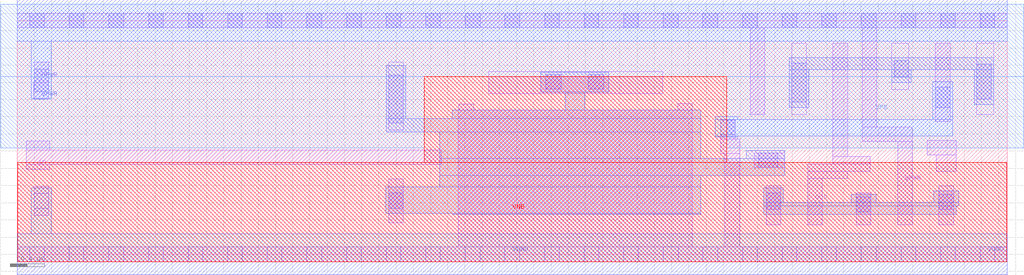
<source format=lef>
MACRO sky130_mm_sc_hd_dlyPoly5ns
  CLASS CORE ;
  FOREIGN sky130_mm_sc_hd_dlyPoly5ns ;
  ORIGIN 0.000 0.000 ;
  SIZE 11.500 BY 2.720 ;
  SITE unithd ;
  PIN VPWR
    DIRECTION INOUT ;
    USE POWER ;
    SHAPE ABUTMENT ;
    PORT
      LAYER li1 ;
        RECT 0.000 2.635 11.500 2.805 ;
        RECT 0.195 2.000 0.365 2.235 ;
        RECT 0.190 1.805 0.365 2.000 ;
        RECT 8.515 1.625 8.685 2.635 ;
        RECT 9.815 1.480 9.985 2.635 ;
        RECT 9.815 1.310 10.395 1.480 ;
        RECT 10.225 0.345 10.395 1.310 ;
      LAYER mcon ;
        RECT 0.145 2.635 0.315 2.805 ;
        RECT 0.605 2.635 0.775 2.805 ;
        RECT 1.065 2.635 1.235 2.805 ;
        RECT 1.525 2.635 1.695 2.805 ;
        RECT 1.985 2.635 2.155 2.805 ;
        RECT 2.445 2.635 2.615 2.805 ;
        RECT 2.905 2.635 3.075 2.805 ;
        RECT 3.365 2.635 3.535 2.805 ;
        RECT 3.825 2.635 3.995 2.805 ;
        RECT 4.285 2.635 4.455 2.805 ;
        RECT 4.745 2.635 4.915 2.805 ;
        RECT 5.205 2.635 5.375 2.805 ;
        RECT 5.665 2.635 5.835 2.805 ;
        RECT 6.125 2.635 6.295 2.805 ;
        RECT 6.585 2.635 6.755 2.805 ;
        RECT 7.045 2.635 7.215 2.805 ;
        RECT 7.505 2.635 7.675 2.805 ;
        RECT 7.965 2.635 8.135 2.805 ;
        RECT 8.425 2.635 8.595 2.805 ;
        RECT 8.885 2.635 9.055 2.805 ;
        RECT 9.345 2.635 9.515 2.805 ;
        RECT 9.805 2.635 9.975 2.805 ;
        RECT 10.265 2.635 10.435 2.805 ;
        RECT 10.725 2.635 10.895 2.805 ;
        RECT 11.185 2.635 11.355 2.805 ;
        RECT 0.195 1.895 0.365 2.155 ;
      LAYER met1 ;
        RECT 0.000 2.480 11.500 2.960 ;
        RECT 0.165 1.810 0.395 2.480 ;
        RECT 0.190 1.805 0.365 1.810 ;
    END
  END VPWR
  PIN in
    DIRECTION INPUT ;
    USE SIGNAL ;
    ANTENNAGATEAREA 4.672600 ;
    PORT
      LAYER li1 ;
        RECT 0.105 1.215 0.375 1.320 ;
        RECT 0.105 1.045 4.925 1.215 ;
        RECT 0.105 0.990 0.375 1.045 ;
    END
  END in
  PIN out
    DIRECTION OUTPUT ;
    USE SIGNAL ;
    ANTENNAGATEAREA 0.366000 ;
    ANTENNADIFFAREA 0.361800 ;
    PORT
      LAYER li1 ;
        RECT 9.475 1.140 9.645 2.455 ;
        RECT 10.570 1.155 10.905 1.325 ;
        RECT 9.475 1.050 9.910 1.140 ;
        RECT 9.180 0.965 9.910 1.050 ;
        RECT 10.675 0.965 10.905 1.155 ;
        RECT 9.180 0.880 9.645 0.965 ;
        RECT 9.180 0.345 9.350 0.880 ;
    END
  END out
  PIN VGND
    DIRECTION INOUT ;
    USE GROUND ;
    SHAPE ABUTMENT ;
    PORT
      LAYER li1 ;
        RECT 5.130 1.680 5.300 1.750 ;
        RECT 7.670 1.680 7.840 1.755 ;
        RECT 0.195 0.455 0.365 0.790 ;
        RECT 4.745 0.085 4.915 0.090 ;
        RECT 5.120 0.085 7.840 1.680 ;
        RECT 8.170 1.340 8.340 1.565 ;
        RECT 10.665 1.545 10.835 2.455 ;
        RECT 8.170 1.175 8.390 1.340 ;
        RECT 8.220 0.085 8.390 1.175 ;
        RECT 0.000 -0.085 11.500 0.085 ;
      LAYER mcon ;
        RECT 0.195 0.535 0.365 0.710 ;
        RECT 0.145 -0.085 0.315 0.085 ;
        RECT 0.605 -0.085 0.775 0.085 ;
        RECT 1.065 -0.085 1.235 0.085 ;
        RECT 1.525 -0.085 1.695 0.085 ;
        RECT 1.985 -0.085 2.155 0.085 ;
        RECT 2.445 -0.085 2.615 0.085 ;
        RECT 2.905 -0.085 3.075 0.085 ;
        RECT 3.365 -0.085 3.535 0.085 ;
        RECT 3.825 -0.085 3.995 0.085 ;
        RECT 4.285 -0.085 4.455 0.085 ;
        RECT 4.745 -0.085 4.915 0.090 ;
        RECT 10.665 1.705 10.835 1.945 ;
        RECT 8.170 1.395 8.340 1.565 ;
        RECT 5.205 -0.085 5.375 0.085 ;
        RECT 5.665 -0.085 5.835 0.085 ;
        RECT 6.125 -0.085 6.295 0.085 ;
        RECT 6.585 -0.085 6.755 0.085 ;
        RECT 7.045 -0.085 7.215 0.085 ;
        RECT 7.505 -0.085 7.675 0.085 ;
        RECT 7.965 -0.085 8.135 0.085 ;
        RECT 8.425 -0.085 8.595 0.085 ;
        RECT 8.885 -0.085 9.055 0.085 ;
        RECT 9.345 -0.085 9.515 0.085 ;
        RECT 9.805 -0.085 9.975 0.085 ;
        RECT 10.265 -0.085 10.435 0.085 ;
        RECT 10.725 -0.085 10.895 0.085 ;
        RECT 11.185 -0.085 11.355 0.085 ;
      LAYER met1 ;
        RECT 8.110 1.570 8.370 1.600 ;
        RECT 10.635 1.570 10.865 2.010 ;
        RECT 8.110 1.375 10.865 1.570 ;
        RECT 8.110 1.365 8.370 1.375 ;
        RECT 0.165 0.240 0.395 0.775 ;
        RECT 0.000 -0.240 11.500 0.240 ;
    END
  END VGND
  PIN VPB
    DIRECTION INOUT ;
    USE POWER ;
    PORT
      LAYER nwell ;
        RECT -0.190 2.070 11.690 2.910 ;
        RECT -0.190 1.235 4.730 2.070 ;
        RECT 8.240 1.235 11.690 2.070 ;
    END
  END VPB
  PIN VNB
    DIRECTION INOUT ;
    USE GROUND ;
    PORT
      LAYER pwell ;
        RECT 4.730 1.070 8.240 2.070 ;
        RECT 0.005 -0.085 11.495 1.070 ;
    END
  END VNB
  OBS
      LAYER li1 ;
        RECT 4.315 1.445 4.485 2.235 ;
        RECT 5.475 1.870 7.495 2.125 ;
        RECT 8.995 1.625 9.165 2.455 ;
        RECT 10.155 1.915 10.355 2.455 ;
        RECT 11.145 1.625 11.345 2.455 ;
        RECT 8.560 1.010 8.915 1.180 ;
        RECT 4.315 0.365 4.485 0.875 ;
        RECT 8.700 0.345 8.870 0.795 ;
        RECT 9.745 0.345 9.915 0.715 ;
        RECT 10.705 0.345 10.875 0.795 ;
      LAYER mcon ;
        RECT 4.315 1.525 4.485 2.085 ;
        RECT 6.140 1.920 6.320 2.090 ;
        RECT 6.630 1.920 6.810 2.090 ;
        RECT 8.995 1.770 9.165 2.225 ;
        RECT 10.185 2.060 10.355 2.255 ;
        RECT 11.145 1.805 11.315 2.215 ;
        RECT 8.615 1.010 8.835 1.180 ;
        RECT 4.315 0.535 4.485 0.715 ;
        RECT 8.700 0.525 8.870 0.715 ;
        RECT 9.745 0.495 9.915 0.665 ;
        RECT 10.705 0.525 10.875 0.695 ;
      LAYER met1 ;
        RECT 4.285 1.580 4.515 2.195 ;
        RECT 8.965 2.150 11.345 2.290 ;
        RECT 6.080 1.890 6.870 2.120 ;
        RECT 6.365 1.680 6.590 1.890 ;
        RECT 8.965 1.710 9.195 2.150 ;
        RECT 10.155 2.000 10.385 2.150 ;
        RECT 11.115 1.745 11.345 2.150 ;
        RECT 5.050 1.580 7.940 1.680 ;
        RECT 4.285 1.425 7.940 1.580 ;
        RECT 4.910 1.115 7.940 1.425 ;
        RECT 8.465 1.115 8.915 1.210 ;
        RECT 4.910 0.920 8.915 1.115 ;
        RECT 4.910 0.785 7.940 0.920 ;
        RECT 4.280 0.475 7.940 0.785 ;
        RECT 5.050 0.465 7.940 0.475 ;
        RECT 8.670 0.605 8.900 0.775 ;
        RECT 9.685 0.605 9.975 0.695 ;
        RECT 10.645 0.605 10.935 0.735 ;
        RECT 8.670 0.565 10.935 0.605 ;
        RECT 8.670 0.465 10.905 0.565 ;
  END
END sky130_mm_sc_hd_dlyPoly5ns
END LIBRARY


</source>
